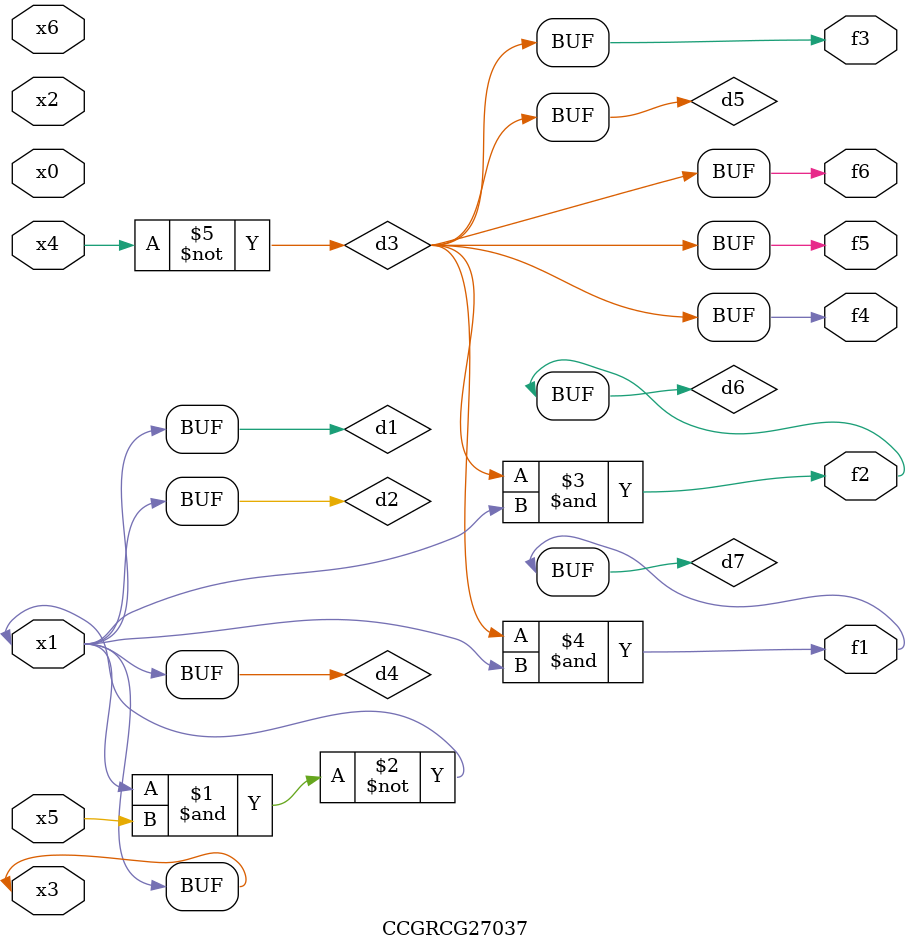
<source format=v>
module CCGRCG27037(
	input x0, x1, x2, x3, x4, x5, x6,
	output f1, f2, f3, f4, f5, f6
);

	wire d1, d2, d3, d4, d5, d6, d7;

	buf (d1, x1, x3);
	nand (d2, x1, x5);
	not (d3, x4);
	buf (d4, d1, d2);
	buf (d5, d3);
	and (d6, d3, d4);
	and (d7, d3, d4);
	assign f1 = d7;
	assign f2 = d6;
	assign f3 = d5;
	assign f4 = d5;
	assign f5 = d5;
	assign f6 = d5;
endmodule

</source>
